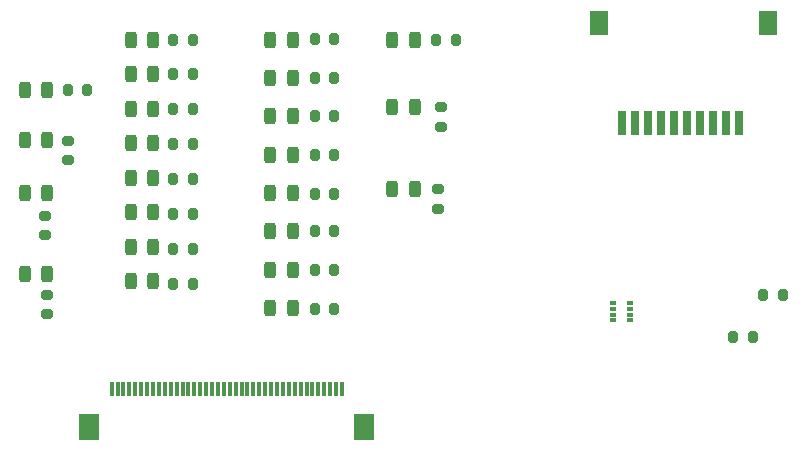
<source format=gtp>
%TF.GenerationSoftware,KiCad,Pcbnew,7.0.8-7.0.8~ubuntu22.04.1*%
%TF.CreationDate,2023-10-25T08:52:20+02:00*%
%TF.ProjectId,extension-cable,65787465-6e73-4696-9f6e-2d6361626c65,rev?*%
%TF.SameCoordinates,Original*%
%TF.FileFunction,Paste,Top*%
%TF.FilePolarity,Positive*%
%FSLAX46Y46*%
G04 Gerber Fmt 4.6, Leading zero omitted, Abs format (unit mm)*
G04 Created by KiCad (PCBNEW 7.0.8-7.0.8~ubuntu22.04.1) date 2023-10-25 08:52:20*
%MOMM*%
%LPD*%
G01*
G04 APERTURE LIST*
G04 Aperture macros list*
%AMRoundRect*
0 Rectangle with rounded corners*
0 $1 Rounding radius*
0 $2 $3 $4 $5 $6 $7 $8 $9 X,Y pos of 4 corners*
0 Add a 4 corners polygon primitive as box body*
4,1,4,$2,$3,$4,$5,$6,$7,$8,$9,$2,$3,0*
0 Add four circle primitives for the rounded corners*
1,1,$1+$1,$2,$3*
1,1,$1+$1,$4,$5*
1,1,$1+$1,$6,$7*
1,1,$1+$1,$8,$9*
0 Add four rect primitives between the rounded corners*
20,1,$1+$1,$2,$3,$4,$5,0*
20,1,$1+$1,$4,$5,$6,$7,0*
20,1,$1+$1,$6,$7,$8,$9,0*
20,1,$1+$1,$8,$9,$2,$3,0*%
G04 Aperture macros list end*
%ADD10RoundRect,0.200000X-0.200000X-0.275000X0.200000X-0.275000X0.200000X0.275000X-0.200000X0.275000X0*%
%ADD11RoundRect,0.200000X-0.275000X0.200000X-0.275000X-0.200000X0.275000X-0.200000X0.275000X0.200000X0*%
%ADD12RoundRect,0.243750X-0.243750X-0.456250X0.243750X-0.456250X0.243750X0.456250X-0.243750X0.456250X0*%
%ADD13R,0.800000X2.000000*%
%ADD14R,1.500000X2.000000*%
%ADD15RoundRect,0.200000X0.200000X0.275000X-0.200000X0.275000X-0.200000X-0.275000X0.200000X-0.275000X0*%
%ADD16R,0.300000X1.300000*%
%ADD17R,1.800000X2.200000*%
%ADD18R,0.609600X0.355600*%
G04 APERTURE END LIST*
D10*
X89145000Y-78507140D03*
X90795000Y-78507140D03*
X89145000Y-81458568D03*
X90795000Y-81458568D03*
D11*
X111560000Y-76405000D03*
X111560000Y-78055000D03*
D10*
X101110000Y-86530000D03*
X102760000Y-86530000D03*
D12*
X85542500Y-63750000D03*
X87417500Y-63750000D03*
X85542500Y-81292500D03*
X87417500Y-81292500D03*
X76570000Y-76700000D03*
X78445000Y-76700000D03*
X107680000Y-63750000D03*
X109555000Y-63750000D03*
X97352500Y-63750000D03*
X99227500Y-63750000D03*
X97352500Y-76750000D03*
X99227500Y-76750000D03*
X97352500Y-67000000D03*
X99227500Y-67000000D03*
D10*
X136525000Y-88925000D03*
X138175000Y-88925000D03*
D12*
X97352500Y-86500000D03*
X99227500Y-86500000D03*
X97352500Y-83250000D03*
X99227500Y-83250000D03*
X97352500Y-70250000D03*
X99227500Y-70250000D03*
X85542500Y-72521250D03*
X87417500Y-72521250D03*
D10*
X89145000Y-75555712D03*
X90795000Y-75555712D03*
D12*
X107680000Y-76410000D03*
X109555000Y-76410000D03*
D10*
X111385000Y-63770000D03*
X113035000Y-63770000D03*
D11*
X78450000Y-85375000D03*
X78450000Y-87025000D03*
D10*
X101110000Y-66990000D03*
X102760000Y-66990000D03*
X101115000Y-63740000D03*
X102765000Y-63740000D03*
X89145000Y-66701428D03*
X90795000Y-66701428D03*
X101110000Y-70260000D03*
X102760000Y-70260000D03*
D12*
X76570000Y-72280000D03*
X78445000Y-72280000D03*
X97352500Y-73500000D03*
X99227500Y-73500000D03*
D10*
X89145000Y-69652856D03*
X90795000Y-69652856D03*
D13*
X127160000Y-70825000D03*
D14*
X125135000Y-62325000D03*
X139485000Y-62325000D03*
D13*
X129360000Y-70825000D03*
X130460000Y-70825000D03*
X131560000Y-70825000D03*
X132660000Y-70825000D03*
X133760000Y-70825000D03*
X134860000Y-70825000D03*
X135960000Y-70825000D03*
X137060000Y-70825000D03*
X128260000Y-70825000D03*
D10*
X101110000Y-73520000D03*
X102760000Y-73520000D03*
X89145000Y-84410000D03*
X90795000Y-84410000D03*
D11*
X80250000Y-72305000D03*
X80250000Y-73955000D03*
D10*
X80190000Y-68020000D03*
X81840000Y-68020000D03*
D12*
X85542500Y-69597500D03*
X87417500Y-69597500D03*
X85542500Y-78368750D03*
X87417500Y-78368750D03*
X85542500Y-84220000D03*
X87417500Y-84220000D03*
X85542500Y-66673750D03*
X87417500Y-66673750D03*
X76570000Y-83590000D03*
X78445000Y-83590000D03*
D15*
X140725000Y-85375000D03*
X139075000Y-85375000D03*
D11*
X78235000Y-78675000D03*
X78235000Y-80325000D03*
D10*
X89145000Y-72604284D03*
X90795000Y-72604284D03*
D12*
X76582500Y-68020000D03*
X78457500Y-68020000D03*
D10*
X101110000Y-79990000D03*
X102760000Y-79990000D03*
X101110000Y-83230000D03*
X102760000Y-83230000D03*
X89145000Y-63750000D03*
X90795000Y-63750000D03*
X101110000Y-76790000D03*
X102760000Y-76790000D03*
D16*
X83910000Y-93325000D03*
X84410000Y-93325000D03*
X84910000Y-93325000D03*
X85410000Y-93325000D03*
X85910000Y-93325000D03*
X86410000Y-93325000D03*
X86910000Y-93325000D03*
X87410000Y-93325000D03*
X87910000Y-93325000D03*
X88410000Y-93325000D03*
X88910000Y-93325000D03*
X89410000Y-93325000D03*
X89910000Y-93325000D03*
X90410000Y-93325000D03*
X90910000Y-93325000D03*
X91410000Y-93325000D03*
X91910000Y-93325000D03*
X92410000Y-93325000D03*
X92910000Y-93325000D03*
X93410000Y-93325000D03*
X93910000Y-93325000D03*
X94410000Y-93325000D03*
X94910000Y-93325000D03*
X95410000Y-93325000D03*
X95910000Y-93325000D03*
X96410000Y-93325000D03*
X96910000Y-93325000D03*
X97410000Y-93325000D03*
X97910000Y-93325000D03*
X98410000Y-93325000D03*
X98910000Y-93325000D03*
X99410000Y-93325000D03*
X99910000Y-93325000D03*
X100410000Y-93325000D03*
X100910000Y-93325000D03*
X101410000Y-93325000D03*
X101910000Y-93325000D03*
X102410000Y-93325000D03*
X102910000Y-93325000D03*
X103410000Y-93325000D03*
D17*
X82010000Y-96575000D03*
X105310000Y-96575000D03*
D12*
X97352500Y-80000000D03*
X99227500Y-80000000D03*
D11*
X111810000Y-69465000D03*
X111810000Y-71115000D03*
D12*
X107680000Y-69450000D03*
X109555000Y-69450000D03*
D18*
X127760000Y-87530000D03*
X127760000Y-87029874D03*
X127760000Y-86529748D03*
X127760000Y-86029622D03*
X126363000Y-86029622D03*
X126363000Y-86529748D03*
X126363000Y-87029874D03*
X126363000Y-87530000D03*
D12*
X85542500Y-75445000D03*
X87417500Y-75445000D03*
M02*

</source>
